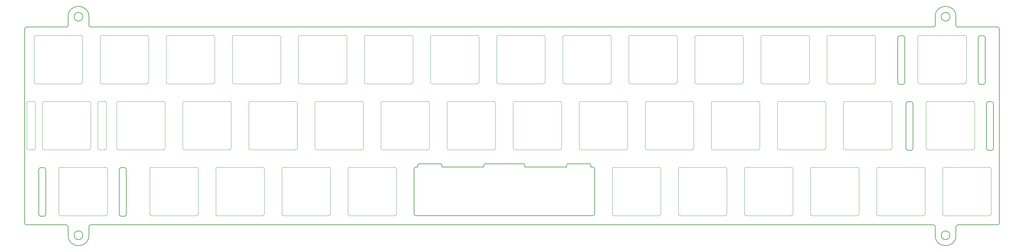
<source format=gm1>
%TF.GenerationSoftware,KiCad,Pcbnew,(5.99.0-10847-g28909c1a72)*%
%TF.CreationDate,2021-06-19T00:09:30+03:00*%
%TF.ProjectId,vanpole plates,76616e70-6f6c-4652-9070-6c617465732e,rev?*%
%TF.SameCoordinates,Original*%
%TF.FileFunction,Profile,NP*%
%FSLAX46Y46*%
G04 Gerber Fmt 4.6, Leading zero omitted, Abs format (unit mm)*
G04 Created by KiCad (PCBNEW (5.99.0-10847-g28909c1a72)) date 2021-06-19 00:09:30*
%MOMM*%
%LPD*%
G01*
G04 APERTURE LIST*
%TA.AperFunction,Profile*%
%ADD10C,0.200000*%
%TD*%
%TA.AperFunction,Profile*%
%ADD11C,0.050000*%
%TD*%
G04 APERTURE END LIST*
D10*
X174995000Y-286679999D02*
X174995000Y-273680000D01*
X166908000Y-273180000D02*
X164970000Y-273180000D01*
X174495000Y-273180000D02*
X173908000Y-273180000D01*
X173408000Y-287179999D02*
X174495000Y-287179999D01*
X164970000Y-287179999D02*
X167408000Y-287179999D01*
X174495000Y-273180000D02*
G75*
G02*
X174995000Y-273680000I0J-500000D01*
G01*
X174995000Y-286679999D02*
G75*
G02*
X174495000Y-287179999I-500000J0D01*
G01*
X143032000Y-272680000D02*
X143032000Y-273180000D01*
X145920000Y-287179999D02*
X148358000Y-287179999D01*
X148358000Y-272180000D02*
X143532000Y-272180000D01*
X143032000Y-272680000D02*
G75*
G02*
X143532000Y-272180000I500000J0D01*
G01*
X173908000Y-273180000D02*
X173908000Y-272680000D01*
X166908000Y-272680000D02*
X166908000Y-273180000D01*
X167408000Y-287179999D02*
X173408000Y-287179999D01*
X173408000Y-272180000D02*
X167408000Y-272180000D01*
X166908000Y-272680000D02*
G75*
G02*
X167408000Y-272180000I500000J0D01*
G01*
X173408000Y-272180000D02*
G75*
G02*
X173908000Y-272680000I0J-500000D01*
G01*
X155445000Y-273180000D02*
X154858000Y-273180000D01*
X161495000Y-273180000D02*
X155445000Y-273180000D01*
X164970000Y-273180000D02*
X161495000Y-273180000D01*
X161495000Y-287179999D02*
X164970000Y-287179999D01*
X155445000Y-287179999D02*
X161495000Y-287179999D01*
X154358000Y-287179999D02*
X155445000Y-287179999D01*
X130982000Y-273180000D02*
X130982000Y-272680000D01*
X123982000Y-272680000D02*
X123982000Y-273180000D01*
X130482000Y-272180000D02*
X124482000Y-272180000D01*
X123982000Y-272680000D02*
G75*
G02*
X124482000Y-272180000I500000J0D01*
G01*
X130482000Y-272180000D02*
G75*
G02*
X130982000Y-272680000I0J-500000D01*
G01*
X154858000Y-273180000D02*
X154858000Y-272680000D01*
X149532000Y-287179999D02*
X151970000Y-287179999D01*
X151970000Y-287179999D02*
X154358000Y-287179999D01*
X148358000Y-287179999D02*
X149532000Y-287179999D01*
X149532000Y-272180000D02*
X148358000Y-272180000D01*
X154358000Y-272180000D02*
X149532000Y-272180000D01*
X154358000Y-272180000D02*
G75*
G02*
X154858000Y-272680000I0J-500000D01*
G01*
X142445000Y-273180000D02*
X136394999Y-273180000D01*
X143032000Y-273180000D02*
X142445000Y-273180000D01*
X143532000Y-287179999D02*
X145920000Y-287179999D01*
X142445000Y-287179999D02*
X143532000Y-287179999D01*
X136394999Y-287179999D02*
X142445000Y-287179999D01*
X122895000Y-273680000D02*
X122895000Y-286679999D01*
X123982000Y-273180000D02*
X123395000Y-273180000D01*
X132920000Y-273180000D02*
X130982000Y-273180000D01*
X136394999Y-273180000D02*
X132920000Y-273180000D01*
X130482000Y-287179999D02*
X132920000Y-287179999D01*
X124482000Y-287179999D02*
X130482000Y-287179999D01*
X132920000Y-287179999D02*
X136394999Y-287179999D01*
X123395000Y-287179999D02*
X124482000Y-287179999D01*
X122895000Y-273680000D02*
G75*
G02*
X123395000Y-273180000I500000J0D01*
G01*
X123395000Y-287179999D02*
G75*
G02*
X122895000Y-286679999I0J500000D01*
G01*
X285593750Y-248743750D02*
X285593750Y-235743750D01*
X286093750Y-249243750D02*
G75*
G02*
X285593750Y-248743750I0J500000D01*
G01*
X287093750Y-249243750D02*
X286093750Y-249243750D01*
X287593750Y-248743750D02*
G75*
G02*
X287093750Y-249243750I-500000J0D01*
G01*
X287593750Y-235743750D02*
X287593750Y-248743750D01*
X287093750Y-235243750D02*
G75*
G02*
X287593750Y-235743750I0J-500000D01*
G01*
X286093750Y-235243750D02*
X287093750Y-235243750D01*
X285593750Y-235743750D02*
G75*
G02*
X286093750Y-235243750I500000J0D01*
G01*
X262393750Y-248743750D02*
X262393750Y-235743750D01*
X262893750Y-249243750D02*
G75*
G02*
X262393750Y-248743750I0J500000D01*
G01*
X263893750Y-249243750D02*
X262893750Y-249243750D01*
X264393750Y-248743750D02*
G75*
G02*
X263893750Y-249243750I-500000J0D01*
G01*
X264393750Y-235743750D02*
X264393750Y-248743750D01*
X263893750Y-235243750D02*
G75*
G02*
X264393750Y-235743750I0J-500000D01*
G01*
X262893750Y-235243750D02*
X263893750Y-235243750D01*
X262393750Y-235743750D02*
G75*
G02*
X262893750Y-235243750I500000J0D01*
G01*
X287975000Y-267793750D02*
X287975000Y-254793750D01*
X288475000Y-268293750D02*
G75*
G02*
X287975000Y-267793750I0J500000D01*
G01*
X289475000Y-268293750D02*
X288475000Y-268293750D01*
X289975000Y-267793750D02*
G75*
G02*
X289475000Y-268293750I-500000J0D01*
G01*
X289975000Y-254793750D02*
X289975000Y-267793750D01*
X289475000Y-254293750D02*
G75*
G02*
X289975000Y-254793750I0J-500000D01*
G01*
X288475000Y-254293750D02*
X289475000Y-254293750D01*
X287975000Y-254793750D02*
G75*
G02*
X288475000Y-254293750I500000J0D01*
G01*
X264775000Y-254793750D02*
G75*
G02*
X265275000Y-254293750I500000J0D01*
G01*
X266275000Y-254293750D02*
X265275000Y-254293750D01*
X266275000Y-254293750D02*
G75*
G02*
X266775000Y-254793750I0J-500000D01*
G01*
X266775000Y-267793750D02*
X266775000Y-254793750D01*
X266775000Y-267793750D02*
G75*
G02*
X266275000Y-268293750I-500000J0D01*
G01*
X265275000Y-268293750D02*
X266275000Y-268293750D01*
X265275000Y-268293750D02*
G75*
G02*
X264775000Y-267793750I0J500000D01*
G01*
X264775000Y-254793750D02*
X264775000Y-267793750D01*
X38443750Y-273343750D02*
X39443750Y-273343750D01*
X37943750Y-273843750D02*
G75*
G02*
X38443750Y-273343750I500000J0D01*
G01*
X37943750Y-286843750D02*
X37943750Y-273843750D01*
X38443750Y-287343750D02*
G75*
G02*
X37943750Y-286843750I0J500000D01*
G01*
X39443750Y-287343750D02*
X38443750Y-287343750D01*
X39943750Y-286843750D02*
G75*
G02*
X39443750Y-287343750I-500000J0D01*
G01*
X39943750Y-273843750D02*
X39943750Y-286843750D01*
X39443750Y-273343750D02*
G75*
G02*
X39943750Y-273843750I0J-500000D01*
G01*
X14743750Y-286843750D02*
X14743750Y-273843750D01*
X15243750Y-287343750D02*
G75*
G02*
X14743750Y-286843750I0J500000D01*
G01*
X16243750Y-287343750D02*
X15243750Y-287343750D01*
X16743750Y-286843750D02*
G75*
G02*
X16243750Y-287343750I-500000J0D01*
G01*
X16743750Y-273843750D02*
X16743750Y-286843750D01*
X16243750Y-273343750D02*
G75*
G02*
X16743750Y-273843750I0J-500000D01*
G01*
X15243750Y-273343750D02*
X16243750Y-273343750D01*
X14743750Y-273843750D02*
G75*
G02*
X15243750Y-273343750I500000J0D01*
G01*
X279668750Y-232718751D02*
G75*
G02*
X279168750Y-232218751I0J500000D01*
G01*
X279168750Y-229718751D02*
X279168750Y-232218751D01*
X273168750Y-229718751D02*
G75*
G02*
X279168750Y-229718751I3000000J0D01*
G01*
X273168750Y-232218751D02*
X273168750Y-229718751D01*
X273168749Y-232218751D02*
G75*
G02*
X272668750Y-232718750I-499999J0D01*
G01*
X29668750Y-232718750D02*
X272668750Y-232718750D01*
X29668750Y-232718751D02*
G75*
G02*
X29168750Y-232218751I0J500000D01*
G01*
X29168750Y-229718751D02*
X29168750Y-232218751D01*
X23168750Y-229718751D02*
G75*
G02*
X29168750Y-229718751I3000000J0D01*
G01*
X23168750Y-232218751D02*
X23168750Y-229718751D01*
X23168749Y-232218751D02*
G75*
G02*
X22668750Y-232718750I-499999J0D01*
G01*
X11175000Y-232718750D02*
X22668750Y-232718750D01*
X10675000Y-233218750D02*
G75*
G02*
X11175000Y-232718750I500000J0D01*
G01*
X10675001Y-289368750D02*
X10675001Y-233218750D01*
X11175000Y-289868749D02*
G75*
G02*
X10675001Y-289368750I0J499999D01*
G01*
X22668750Y-289868750D02*
X11175000Y-289868750D01*
X22668750Y-289868750D02*
G75*
G02*
X23168750Y-290368750I0J-500000D01*
G01*
X23168750Y-292868750D02*
X23168750Y-290368750D01*
X29168750Y-292868750D02*
G75*
G02*
X23168750Y-292868750I-3000000J0D01*
G01*
X29168750Y-290368750D02*
X29168750Y-292868750D01*
X29168750Y-290368750D02*
G75*
G02*
X29668750Y-289868750I500000J0D01*
G01*
X272668750Y-289868750D02*
X29668750Y-289868750D01*
X272668750Y-289868750D02*
G75*
G02*
X273168750Y-290368750I0J-500000D01*
G01*
X273168750Y-292868750D02*
X273168750Y-290368750D01*
X279168750Y-292868750D02*
G75*
G02*
X273168750Y-292868750I-3000000J0D01*
G01*
X279168750Y-290368750D02*
X279168750Y-292868750D01*
X279168750Y-290368750D02*
G75*
G02*
X279668750Y-289868750I500000J0D01*
G01*
X291162500Y-289868750D02*
X279668750Y-289868750D01*
X291662500Y-289368750D02*
G75*
G02*
X291162500Y-289868750I-500000J0D01*
G01*
X291662500Y-233218750D02*
X291662500Y-289368750D01*
X291162500Y-232718750D02*
G75*
G02*
X291662500Y-233218750I0J-500000D01*
G01*
X279668750Y-232718750D02*
X291162500Y-232718750D01*
X27418750Y-229718751D02*
G75*
G03*
X27418750Y-229718751I-1250000J0D01*
G01*
X27418750Y-292868750D02*
G75*
G03*
X27418750Y-292868750I-1250000J0D01*
G01*
X277418750Y-229718751D02*
G75*
G03*
X277418750Y-229718751I-1250000J0D01*
G01*
X277418750Y-292868750D02*
G75*
G03*
X277418750Y-292868750I-1250000J0D01*
G01*
D11*
%TO.C,REF\u002A\u002A*%
X218137500Y-273693750D02*
G75*
G02*
X218637500Y-273193750I500000J0D01*
G01*
X231637500Y-273193750D02*
G75*
G02*
X232137500Y-273693750I0J-500000D01*
G01*
X232137500Y-286693750D02*
G75*
G02*
X231637500Y-287193750I-500000J0D01*
G01*
X218637500Y-287193750D02*
G75*
G02*
X218137500Y-286693750I0J500000D01*
G01*
X218137500Y-273693750D02*
X218137500Y-286693750D01*
X231637500Y-273193750D02*
X218637500Y-273193750D01*
X232137500Y-286693750D02*
X232137500Y-273693750D01*
X218637500Y-287193750D02*
X231637500Y-287193750D01*
X246712500Y-254643750D02*
G75*
G02*
X247212500Y-254143750I500000J0D01*
G01*
X260212500Y-254143750D02*
G75*
G02*
X260712500Y-254643750I0J-500000D01*
G01*
X260712500Y-267643750D02*
G75*
G02*
X260212500Y-268143750I-500000J0D01*
G01*
X247212500Y-268143750D02*
G75*
G02*
X246712500Y-267643750I0J500000D01*
G01*
X246712500Y-254643750D02*
X246712500Y-267643750D01*
X260212500Y-254143750D02*
X247212500Y-254143750D01*
X260712500Y-267643750D02*
X260712500Y-254643750D01*
X247212500Y-268143750D02*
X260212500Y-268143750D01*
X227662500Y-254643750D02*
G75*
G02*
X228162500Y-254143750I500000J0D01*
G01*
X241162500Y-254143750D02*
G75*
G02*
X241662500Y-254643750I0J-500000D01*
G01*
X241662500Y-267643750D02*
G75*
G02*
X241162500Y-268143750I-500000J0D01*
G01*
X228162500Y-268143750D02*
G75*
G02*
X227662500Y-267643750I0J500000D01*
G01*
X227662500Y-254643750D02*
X227662500Y-267643750D01*
X241162500Y-254143750D02*
X228162500Y-254143750D01*
X241662500Y-267643750D02*
X241662500Y-254643750D01*
X228162500Y-268143750D02*
X241162500Y-268143750D01*
X208612500Y-254643750D02*
G75*
G02*
X209112500Y-254143750I500000J0D01*
G01*
X222112500Y-254143750D02*
G75*
G02*
X222612500Y-254643750I0J-500000D01*
G01*
X222612500Y-267643750D02*
G75*
G02*
X222112500Y-268143750I-500000J0D01*
G01*
X209112500Y-268143750D02*
G75*
G02*
X208612500Y-267643750I0J500000D01*
G01*
X208612500Y-254643750D02*
X208612500Y-267643750D01*
X222112500Y-254143750D02*
X209112500Y-254143750D01*
X222612500Y-267643750D02*
X222612500Y-254643750D01*
X209112500Y-268143750D02*
X222112500Y-268143750D01*
X189562500Y-254643750D02*
G75*
G02*
X190062500Y-254143750I500000J0D01*
G01*
X203062500Y-254143750D02*
G75*
G02*
X203562500Y-254643750I0J-500000D01*
G01*
X203562500Y-267643750D02*
G75*
G02*
X203062500Y-268143750I-500000J0D01*
G01*
X190062500Y-268143750D02*
G75*
G02*
X189562500Y-267643750I0J500000D01*
G01*
X189562500Y-254643750D02*
X189562500Y-267643750D01*
X203062500Y-254143750D02*
X190062500Y-254143750D01*
X203562500Y-267643750D02*
X203562500Y-254643750D01*
X190062500Y-268143750D02*
X203062500Y-268143750D01*
X170512500Y-254643750D02*
G75*
G02*
X171012500Y-254143750I500000J0D01*
G01*
X184012500Y-254143750D02*
G75*
G02*
X184512500Y-254643750I0J-500000D01*
G01*
X184512500Y-267643750D02*
G75*
G02*
X184012500Y-268143750I-500000J0D01*
G01*
X171012500Y-268143750D02*
G75*
G02*
X170512500Y-267643750I0J500000D01*
G01*
X170512500Y-254643750D02*
X170512500Y-267643750D01*
X184012500Y-254143750D02*
X171012500Y-254143750D01*
X184512500Y-267643750D02*
X184512500Y-254643750D01*
X171012500Y-268143750D02*
X184012500Y-268143750D01*
X151462500Y-254643750D02*
G75*
G02*
X151962500Y-254143750I500000J0D01*
G01*
X164962500Y-254143750D02*
G75*
G02*
X165462500Y-254643750I0J-500000D01*
G01*
X165462500Y-267643750D02*
G75*
G02*
X164962500Y-268143750I-500000J0D01*
G01*
X151962500Y-268143750D02*
G75*
G02*
X151462500Y-267643750I0J500000D01*
G01*
X151462500Y-254643750D02*
X151462500Y-267643750D01*
X164962500Y-254143750D02*
X151962500Y-254143750D01*
X165462500Y-267643750D02*
X165462500Y-254643750D01*
X151962500Y-268143750D02*
X164962500Y-268143750D01*
X132412500Y-254643750D02*
G75*
G02*
X132912500Y-254143750I500000J0D01*
G01*
X145912500Y-254143750D02*
G75*
G02*
X146412500Y-254643750I0J-500000D01*
G01*
X146412500Y-267643750D02*
G75*
G02*
X145912500Y-268143750I-500000J0D01*
G01*
X132912500Y-268143750D02*
G75*
G02*
X132412500Y-267643750I0J500000D01*
G01*
X132412500Y-254643750D02*
X132412500Y-267643750D01*
X145912500Y-254143750D02*
X132912500Y-254143750D01*
X146412500Y-267643750D02*
X146412500Y-254643750D01*
X132912500Y-268143750D02*
X145912500Y-268143750D01*
X113362500Y-254643750D02*
G75*
G02*
X113862500Y-254143750I500000J0D01*
G01*
X126862500Y-254143750D02*
G75*
G02*
X127362500Y-254643750I0J-500000D01*
G01*
X127362500Y-267643750D02*
G75*
G02*
X126862500Y-268143750I-500000J0D01*
G01*
X113862500Y-268143750D02*
G75*
G02*
X113362500Y-267643750I0J500000D01*
G01*
X113362500Y-254643750D02*
X113362500Y-267643750D01*
X126862500Y-254143750D02*
X113862500Y-254143750D01*
X127362500Y-267643750D02*
X127362500Y-254643750D01*
X113862500Y-268143750D02*
X126862500Y-268143750D01*
X94312500Y-254643750D02*
G75*
G02*
X94812500Y-254143750I500000J0D01*
G01*
X107812500Y-254143750D02*
G75*
G02*
X108312500Y-254643750I0J-500000D01*
G01*
X108312500Y-267643750D02*
G75*
G02*
X107812500Y-268143750I-500000J0D01*
G01*
X94812500Y-268143750D02*
G75*
G02*
X94312500Y-267643750I0J500000D01*
G01*
X94312500Y-254643750D02*
X94312500Y-267643750D01*
X107812500Y-254143750D02*
X94812500Y-254143750D01*
X108312500Y-267643750D02*
X108312500Y-254643750D01*
X94812500Y-268143750D02*
X107812500Y-268143750D01*
X75262500Y-254643750D02*
G75*
G02*
X75762500Y-254143750I500000J0D01*
G01*
X88762500Y-254143750D02*
G75*
G02*
X89262500Y-254643750I0J-500000D01*
G01*
X89262500Y-267643750D02*
G75*
G02*
X88762500Y-268143750I-500000J0D01*
G01*
X75762500Y-268143750D02*
G75*
G02*
X75262500Y-267643750I0J500000D01*
G01*
X75262500Y-254643750D02*
X75262500Y-267643750D01*
X88762500Y-254143750D02*
X75762500Y-254143750D01*
X89262500Y-267643750D02*
X89262500Y-254643750D01*
X75762500Y-268143750D02*
X88762500Y-268143750D01*
X56212500Y-254643750D02*
G75*
G02*
X56712500Y-254143750I500000J0D01*
G01*
X69712500Y-254143750D02*
G75*
G02*
X70212500Y-254643750I0J-500000D01*
G01*
X70212500Y-267643750D02*
G75*
G02*
X69712500Y-268143750I-500000J0D01*
G01*
X56712500Y-268143750D02*
G75*
G02*
X56212500Y-267643750I0J500000D01*
G01*
X56212500Y-254643750D02*
X56212500Y-267643750D01*
X69712500Y-254143750D02*
X56712500Y-254143750D01*
X70212500Y-267643750D02*
X70212500Y-254643750D01*
X56712500Y-268143750D02*
X69712500Y-268143750D01*
X37162500Y-254643750D02*
G75*
G02*
X37662500Y-254143750I500000J0D01*
G01*
X50662500Y-254143750D02*
G75*
G02*
X51162500Y-254643750I0J-500000D01*
G01*
X51162500Y-267643750D02*
G75*
G02*
X50662500Y-268143750I-500000J0D01*
G01*
X37662500Y-268143750D02*
G75*
G02*
X37162500Y-267643750I0J500000D01*
G01*
X37162500Y-254643750D02*
X37162500Y-267643750D01*
X50662500Y-254143750D02*
X37662500Y-254143750D01*
X51162500Y-267643750D02*
X51162500Y-254643750D01*
X37662500Y-268143750D02*
X50662500Y-268143750D01*
X46687500Y-273693750D02*
G75*
G02*
X47187500Y-273193750I500000J0D01*
G01*
X60187500Y-273193750D02*
G75*
G02*
X60687500Y-273693750I0J-500000D01*
G01*
X60687500Y-286693750D02*
G75*
G02*
X60187500Y-287193750I-500000J0D01*
G01*
X47187500Y-287193750D02*
G75*
G02*
X46687500Y-286693750I0J500000D01*
G01*
X46687500Y-273693750D02*
X46687500Y-286693750D01*
X60187500Y-273193750D02*
X47187500Y-273193750D01*
X60687500Y-286693750D02*
X60687500Y-273693750D01*
X47187500Y-287193750D02*
X60187500Y-287193750D01*
X65737500Y-273693750D02*
G75*
G02*
X66237500Y-273193750I500000J0D01*
G01*
X79237500Y-273193750D02*
G75*
G02*
X79737500Y-273693750I0J-500000D01*
G01*
X79737500Y-286693750D02*
G75*
G02*
X79237500Y-287193750I-500000J0D01*
G01*
X66237500Y-287193750D02*
G75*
G02*
X65737500Y-286693750I0J500000D01*
G01*
X65737500Y-273693750D02*
X65737500Y-286693750D01*
X79237500Y-273193750D02*
X66237500Y-273193750D01*
X79737500Y-286693750D02*
X79737500Y-273693750D01*
X66237500Y-287193750D02*
X79237500Y-287193750D01*
X84787500Y-273693750D02*
G75*
G02*
X85287500Y-273193750I500000J0D01*
G01*
X98287500Y-273193750D02*
G75*
G02*
X98787500Y-273693750I0J-500000D01*
G01*
X98787500Y-286693750D02*
G75*
G02*
X98287500Y-287193750I-500000J0D01*
G01*
X85287500Y-287193750D02*
G75*
G02*
X84787500Y-286693750I0J500000D01*
G01*
X84787500Y-273693750D02*
X84787500Y-286693750D01*
X98287500Y-273193750D02*
X85287500Y-273193750D01*
X98787500Y-286693750D02*
X98787500Y-273693750D01*
X85287500Y-287193750D02*
X98287500Y-287193750D01*
X103837500Y-273693750D02*
G75*
G02*
X104337500Y-273193750I500000J0D01*
G01*
X117337500Y-273193750D02*
G75*
G02*
X117837500Y-273693750I0J-500000D01*
G01*
X117837500Y-286693750D02*
G75*
G02*
X117337500Y-287193750I-500000J0D01*
G01*
X104337500Y-287193750D02*
G75*
G02*
X103837500Y-286693750I0J500000D01*
G01*
X103837500Y-273693750D02*
X103837500Y-286693750D01*
X117337500Y-273193750D02*
X104337500Y-273193750D01*
X117837500Y-286693750D02*
X117837500Y-273693750D01*
X104337500Y-287193750D02*
X117337500Y-287193750D01*
X180037500Y-273693750D02*
G75*
G02*
X180537500Y-273193750I500000J0D01*
G01*
X193537500Y-273193750D02*
G75*
G02*
X194037500Y-273693750I0J-500000D01*
G01*
X194037500Y-286693750D02*
G75*
G02*
X193537500Y-287193750I-500000J0D01*
G01*
X180537500Y-287193750D02*
G75*
G02*
X180037500Y-286693750I0J500000D01*
G01*
X180037500Y-273693750D02*
X180037500Y-286693750D01*
X193537500Y-273193750D02*
X180537500Y-273193750D01*
X194037500Y-286693750D02*
X194037500Y-273693750D01*
X180537500Y-287193750D02*
X193537500Y-287193750D01*
X199087500Y-273693750D02*
G75*
G02*
X199587500Y-273193750I500000J0D01*
G01*
X212587500Y-273193750D02*
G75*
G02*
X213087500Y-273693750I0J-500000D01*
G01*
X213087500Y-286693750D02*
G75*
G02*
X212587500Y-287193750I-500000J0D01*
G01*
X199587500Y-287193750D02*
G75*
G02*
X199087500Y-286693750I0J500000D01*
G01*
X199087500Y-273693750D02*
X199087500Y-286693750D01*
X212587500Y-273193750D02*
X199587500Y-273193750D01*
X213087500Y-286693750D02*
X213087500Y-273693750D01*
X199587500Y-287193750D02*
X212587500Y-287193750D01*
X271025000Y-268143750D02*
G75*
G02*
X270525000Y-267643750I0J500000D01*
G01*
X284525000Y-267643750D02*
G75*
G02*
X284025000Y-268143750I-500000J0D01*
G01*
X284025000Y-254143750D02*
G75*
G02*
X284525000Y-254643750I0J-500000D01*
G01*
X270525000Y-254643750D02*
G75*
G02*
X271025000Y-254143750I500000J0D01*
G01*
X270525000Y-254643750D02*
X270525000Y-267643750D01*
X284025000Y-254143750D02*
X271025000Y-254143750D01*
X284525000Y-267643750D02*
X284525000Y-254643750D01*
X271025000Y-268143750D02*
X284025000Y-268143750D01*
X13231250Y-254143750D02*
G75*
G02*
X13731250Y-254643750I0J-500000D01*
G01*
X11231250Y-254643750D02*
G75*
G02*
X11731250Y-254143750I500000J0D01*
G01*
X11731250Y-268143750D02*
G75*
G02*
X11231250Y-267643750I0J500000D01*
G01*
X13731250Y-267643750D02*
G75*
G02*
X13231250Y-268143750I-500000J0D01*
G01*
X31731250Y-254643750D02*
G75*
G02*
X32231250Y-254143750I500000J0D01*
G01*
X34231250Y-267643750D02*
G75*
G02*
X33731250Y-268143750I-500000J0D01*
G01*
X33731250Y-254143750D02*
G75*
G02*
X34231250Y-254643750I0J-500000D01*
G01*
X32231250Y-268143750D02*
G75*
G02*
X31731250Y-267643750I0J500000D01*
G01*
X33731250Y-254143750D02*
X32231250Y-254143750D01*
X32231250Y-268143750D02*
X33731250Y-268143750D01*
X34231250Y-267643750D02*
X34231250Y-254643750D01*
X31731250Y-267643750D02*
X31731250Y-254643750D01*
X13231250Y-254143750D02*
X11731250Y-254143750D01*
X11731250Y-268143750D02*
X13231250Y-268143750D01*
X11231250Y-267643750D02*
X11231250Y-254643750D01*
X13731250Y-267643750D02*
X13731250Y-254643750D01*
X15731250Y-254643750D02*
X15731250Y-267643750D01*
X29231250Y-254143750D02*
X16231250Y-254143750D01*
X29731250Y-267643750D02*
X29731250Y-254643750D01*
X16231250Y-268143750D02*
X29231250Y-268143750D01*
X16231250Y-268143750D02*
G75*
G02*
X15731250Y-267643750I0J500000D01*
G01*
X29731250Y-267643750D02*
G75*
G02*
X29231250Y-268143750I-500000J0D01*
G01*
X29231250Y-254143750D02*
G75*
G02*
X29731250Y-254643750I0J-500000D01*
G01*
X15731250Y-254643750D02*
G75*
G02*
X16231250Y-254143750I500000J0D01*
G01*
X20493750Y-273693750D02*
G75*
G02*
X20993750Y-273193750I500000J0D01*
G01*
X33993750Y-273193750D02*
G75*
G02*
X34493750Y-273693750I0J-500000D01*
G01*
X34493750Y-286693750D02*
G75*
G02*
X33993750Y-287193750I-500000J0D01*
G01*
X20993750Y-287193750D02*
G75*
G02*
X20493750Y-286693750I0J500000D01*
G01*
X20493750Y-273693750D02*
X20493750Y-286693750D01*
X33993750Y-273193750D02*
X20993750Y-273193750D01*
X34493750Y-286693750D02*
X34493750Y-273693750D01*
X20993750Y-287193750D02*
X33993750Y-287193750D01*
X268143750Y-235593750D02*
G75*
G02*
X268643750Y-235093750I500000J0D01*
G01*
X281643750Y-235093750D02*
G75*
G02*
X282143750Y-235593750I0J-500000D01*
G01*
X282143750Y-248593750D02*
G75*
G02*
X281643750Y-249093750I-500000J0D01*
G01*
X268643750Y-249093750D02*
G75*
G02*
X268143750Y-248593750I0J500000D01*
G01*
X268143750Y-235593750D02*
X268143750Y-248593750D01*
X281643750Y-235093750D02*
X268643750Y-235093750D01*
X282143750Y-248593750D02*
X282143750Y-235593750D01*
X268643750Y-249093750D02*
X281643750Y-249093750D01*
X241950000Y-235593750D02*
G75*
G02*
X242450000Y-235093750I500000J0D01*
G01*
X255450000Y-235093750D02*
G75*
G02*
X255950000Y-235593750I0J-500000D01*
G01*
X255950000Y-248593750D02*
G75*
G02*
X255450000Y-249093750I-500000J0D01*
G01*
X242450000Y-249093750D02*
G75*
G02*
X241950000Y-248593750I0J500000D01*
G01*
X241950000Y-235593750D02*
X241950000Y-248593750D01*
X255450000Y-235093750D02*
X242450000Y-235093750D01*
X255950000Y-248593750D02*
X255950000Y-235593750D01*
X242450000Y-249093750D02*
X255450000Y-249093750D01*
X222900000Y-235593750D02*
G75*
G02*
X223400000Y-235093750I500000J0D01*
G01*
X236400000Y-235093750D02*
G75*
G02*
X236900000Y-235593750I0J-500000D01*
G01*
X236900000Y-248593750D02*
G75*
G02*
X236400000Y-249093750I-500000J0D01*
G01*
X223400000Y-249093750D02*
G75*
G02*
X222900000Y-248593750I0J500000D01*
G01*
X222900000Y-235593750D02*
X222900000Y-248593750D01*
X236400000Y-235093750D02*
X223400000Y-235093750D01*
X236900000Y-248593750D02*
X236900000Y-235593750D01*
X223400000Y-249093750D02*
X236400000Y-249093750D01*
X203850000Y-235593750D02*
G75*
G02*
X204350000Y-235093750I500000J0D01*
G01*
X217350000Y-235093750D02*
G75*
G02*
X217850000Y-235593750I0J-500000D01*
G01*
X217850000Y-248593750D02*
G75*
G02*
X217350000Y-249093750I-500000J0D01*
G01*
X204350000Y-249093750D02*
G75*
G02*
X203850000Y-248593750I0J500000D01*
G01*
X203850000Y-235593750D02*
X203850000Y-248593750D01*
X217350000Y-235093750D02*
X204350000Y-235093750D01*
X217850000Y-248593750D02*
X217850000Y-235593750D01*
X204350000Y-249093750D02*
X217350000Y-249093750D01*
X184800000Y-235593750D02*
G75*
G02*
X185300000Y-235093750I500000J0D01*
G01*
X198300000Y-235093750D02*
G75*
G02*
X198800000Y-235593750I0J-500000D01*
G01*
X198800000Y-248593750D02*
G75*
G02*
X198300000Y-249093750I-500000J0D01*
G01*
X185300000Y-249093750D02*
G75*
G02*
X184800000Y-248593750I0J500000D01*
G01*
X184800000Y-235593750D02*
X184800000Y-248593750D01*
X198300000Y-235093750D02*
X185300000Y-235093750D01*
X198800000Y-248593750D02*
X198800000Y-235593750D01*
X185300000Y-249093750D02*
X198300000Y-249093750D01*
X165750000Y-235593750D02*
G75*
G02*
X166250000Y-235093750I500000J0D01*
G01*
X179250000Y-235093750D02*
G75*
G02*
X179750000Y-235593750I0J-500000D01*
G01*
X179750000Y-248593750D02*
G75*
G02*
X179250000Y-249093750I-500000J0D01*
G01*
X166250000Y-249093750D02*
G75*
G02*
X165750000Y-248593750I0J500000D01*
G01*
X165750000Y-235593750D02*
X165750000Y-248593750D01*
X179250000Y-235093750D02*
X166250000Y-235093750D01*
X179750000Y-248593750D02*
X179750000Y-235593750D01*
X166250000Y-249093750D02*
X179250000Y-249093750D01*
X146700000Y-235593750D02*
G75*
G02*
X147200000Y-235093750I500000J0D01*
G01*
X160200000Y-235093750D02*
G75*
G02*
X160700000Y-235593750I0J-500000D01*
G01*
X160700000Y-248593750D02*
G75*
G02*
X160200000Y-249093750I-500000J0D01*
G01*
X147200000Y-249093750D02*
G75*
G02*
X146700000Y-248593750I0J500000D01*
G01*
X146700000Y-235593750D02*
X146700000Y-248593750D01*
X160200000Y-235093750D02*
X147200000Y-235093750D01*
X160700000Y-248593750D02*
X160700000Y-235593750D01*
X147200000Y-249093750D02*
X160200000Y-249093750D01*
X127650000Y-235593750D02*
G75*
G02*
X128150000Y-235093750I500000J0D01*
G01*
X141150000Y-235093750D02*
G75*
G02*
X141650000Y-235593750I0J-500000D01*
G01*
X141650000Y-248593750D02*
G75*
G02*
X141150000Y-249093750I-500000J0D01*
G01*
X128150000Y-249093750D02*
G75*
G02*
X127650000Y-248593750I0J500000D01*
G01*
X127650000Y-235593750D02*
X127650000Y-248593750D01*
X141150000Y-235093750D02*
X128150000Y-235093750D01*
X141650000Y-248593750D02*
X141650000Y-235593750D01*
X128150000Y-249093750D02*
X141150000Y-249093750D01*
X108600000Y-235593750D02*
G75*
G02*
X109100000Y-235093750I500000J0D01*
G01*
X122100000Y-235093750D02*
G75*
G02*
X122600000Y-235593750I0J-500000D01*
G01*
X122600000Y-248593750D02*
G75*
G02*
X122100000Y-249093750I-500000J0D01*
G01*
X109100000Y-249093750D02*
G75*
G02*
X108600000Y-248593750I0J500000D01*
G01*
X108600000Y-235593750D02*
X108600000Y-248593750D01*
X122100000Y-235093750D02*
X109100000Y-235093750D01*
X122600000Y-248593750D02*
X122600000Y-235593750D01*
X109100000Y-249093750D02*
X122100000Y-249093750D01*
X89550000Y-235593750D02*
G75*
G02*
X90050000Y-235093750I500000J0D01*
G01*
X103050000Y-235093750D02*
G75*
G02*
X103550000Y-235593750I0J-500000D01*
G01*
X103550000Y-248593750D02*
G75*
G02*
X103050000Y-249093750I-500000J0D01*
G01*
X90050000Y-249093750D02*
G75*
G02*
X89550000Y-248593750I0J500000D01*
G01*
X89550000Y-235593750D02*
X89550000Y-248593750D01*
X103050000Y-235093750D02*
X90050000Y-235093750D01*
X103550000Y-248593750D02*
X103550000Y-235593750D01*
X90050000Y-249093750D02*
X103050000Y-249093750D01*
X70500000Y-235593750D02*
G75*
G02*
X71000000Y-235093750I500000J0D01*
G01*
X84000000Y-235093750D02*
G75*
G02*
X84500000Y-235593750I0J-500000D01*
G01*
X84500000Y-248593750D02*
G75*
G02*
X84000000Y-249093750I-500000J0D01*
G01*
X71000000Y-249093750D02*
G75*
G02*
X70500000Y-248593750I0J500000D01*
G01*
X70500000Y-235593750D02*
X70500000Y-248593750D01*
X84000000Y-235093750D02*
X71000000Y-235093750D01*
X84500000Y-248593750D02*
X84500000Y-235593750D01*
X71000000Y-249093750D02*
X84000000Y-249093750D01*
X51450000Y-235593750D02*
G75*
G02*
X51950000Y-235093750I500000J0D01*
G01*
X64950000Y-235093750D02*
G75*
G02*
X65450000Y-235593750I0J-500000D01*
G01*
X65450000Y-248593750D02*
G75*
G02*
X64950000Y-249093750I-500000J0D01*
G01*
X51950000Y-249093750D02*
G75*
G02*
X51450000Y-248593750I0J500000D01*
G01*
X51450000Y-235593750D02*
X51450000Y-248593750D01*
X64950000Y-235093750D02*
X51950000Y-235093750D01*
X65450000Y-248593750D02*
X65450000Y-235593750D01*
X51950000Y-249093750D02*
X64950000Y-249093750D01*
X32400000Y-235593750D02*
G75*
G02*
X32900000Y-235093750I500000J0D01*
G01*
X45900000Y-235093750D02*
G75*
G02*
X46400000Y-235593750I0J-500000D01*
G01*
X46400000Y-248593750D02*
G75*
G02*
X45900000Y-249093750I-500000J0D01*
G01*
X32900000Y-249093750D02*
G75*
G02*
X32400000Y-248593750I0J500000D01*
G01*
X32400000Y-235593750D02*
X32400000Y-248593750D01*
X45900000Y-235093750D02*
X32900000Y-235093750D01*
X46400000Y-248593750D02*
X46400000Y-235593750D01*
X32900000Y-249093750D02*
X45900000Y-249093750D01*
X13350000Y-235593750D02*
G75*
G02*
X13850000Y-235093750I500000J0D01*
G01*
X26850000Y-235093750D02*
G75*
G02*
X27350000Y-235593750I0J-500000D01*
G01*
X27350000Y-248593750D02*
G75*
G02*
X26850000Y-249093750I-500000J0D01*
G01*
X13850000Y-249093750D02*
G75*
G02*
X13350000Y-248593750I0J500000D01*
G01*
X13350000Y-235593750D02*
X13350000Y-248593750D01*
X26850000Y-235093750D02*
X13850000Y-235093750D01*
X27350000Y-248593750D02*
X27350000Y-235593750D01*
X13850000Y-249093750D02*
X26850000Y-249093750D01*
X237187500Y-273693750D02*
G75*
G02*
X237687500Y-273193750I500000J0D01*
G01*
X250687500Y-273193750D02*
G75*
G02*
X251187500Y-273693750I0J-500000D01*
G01*
X251187500Y-286693750D02*
G75*
G02*
X250687500Y-287193750I-500000J0D01*
G01*
X237687500Y-287193750D02*
G75*
G02*
X237187500Y-286693750I0J500000D01*
G01*
X237187500Y-273693750D02*
X237187500Y-286693750D01*
X250687500Y-273193750D02*
X237687500Y-273193750D01*
X251187500Y-286693750D02*
X251187500Y-273693750D01*
X237687500Y-287193750D02*
X250687500Y-287193750D01*
X256237500Y-273693750D02*
G75*
G02*
X256737500Y-273193750I500000J0D01*
G01*
X269737500Y-273193750D02*
G75*
G02*
X270237500Y-273693750I0J-500000D01*
G01*
X270237500Y-286693750D02*
G75*
G02*
X269737500Y-287193750I-500000J0D01*
G01*
X256737500Y-287193750D02*
G75*
G02*
X256237500Y-286693750I0J500000D01*
G01*
X256237500Y-273693750D02*
X256237500Y-286693750D01*
X269737500Y-273193750D02*
X256737500Y-273193750D01*
X270237500Y-286693750D02*
X270237500Y-273693750D01*
X256737500Y-287193750D02*
X269737500Y-287193750D01*
X275287500Y-273693750D02*
G75*
G02*
X275787500Y-273193750I500000J0D01*
G01*
X288787500Y-273193750D02*
G75*
G02*
X289287500Y-273693750I0J-500000D01*
G01*
X289287500Y-286693750D02*
G75*
G02*
X288787500Y-287193750I-500000J0D01*
G01*
X275787500Y-287193750D02*
G75*
G02*
X275287500Y-286693750I0J500000D01*
G01*
X275287500Y-273693750D02*
X275287500Y-286693750D01*
X288787500Y-273193750D02*
X275787500Y-273193750D01*
X289287500Y-286693750D02*
X289287500Y-273693750D01*
X275787500Y-287193750D02*
X288787500Y-287193750D01*
%TD*%
M02*

</source>
